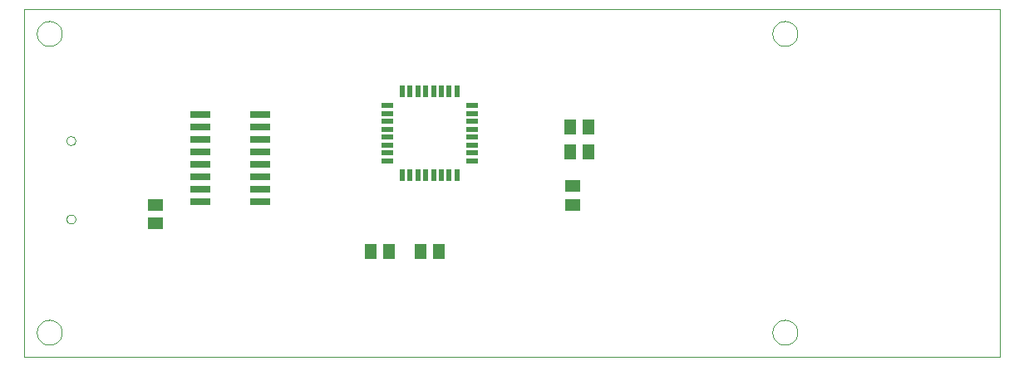
<source format=gbp>
G75*
%MOIN*%
%OFA0B0*%
%FSLAX24Y24*%
%IPPOS*%
%LPD*%
%AMOC8*
5,1,8,0,0,1.08239X$1,22.5*
%
%ADD10C,0.0000*%
%ADD11R,0.0800X0.0260*%
%ADD12R,0.0220X0.0500*%
%ADD13R,0.0500X0.0220*%
%ADD14R,0.0591X0.0512*%
%ADD15R,0.0512X0.0591*%
D10*
X000160Y000550D02*
X000160Y014546D01*
X039280Y014546D01*
X039280Y000550D01*
X000160Y000550D01*
X000660Y001550D02*
X000662Y001594D01*
X000668Y001638D01*
X000678Y001681D01*
X000691Y001723D01*
X000708Y001764D01*
X000729Y001803D01*
X000753Y001840D01*
X000780Y001875D01*
X000810Y001907D01*
X000843Y001937D01*
X000879Y001963D01*
X000916Y001987D01*
X000956Y002006D01*
X000997Y002023D01*
X001040Y002035D01*
X001083Y002044D01*
X001127Y002049D01*
X001171Y002050D01*
X001215Y002047D01*
X001259Y002040D01*
X001302Y002029D01*
X001344Y002015D01*
X001384Y001997D01*
X001423Y001975D01*
X001459Y001951D01*
X001493Y001923D01*
X001525Y001892D01*
X001554Y001858D01*
X001580Y001822D01*
X001602Y001784D01*
X001621Y001744D01*
X001636Y001702D01*
X001648Y001660D01*
X001656Y001616D01*
X001660Y001572D01*
X001660Y001528D01*
X001656Y001484D01*
X001648Y001440D01*
X001636Y001398D01*
X001621Y001356D01*
X001602Y001316D01*
X001580Y001278D01*
X001554Y001242D01*
X001525Y001208D01*
X001493Y001177D01*
X001459Y001149D01*
X001423Y001125D01*
X001384Y001103D01*
X001344Y001085D01*
X001302Y001071D01*
X001259Y001060D01*
X001215Y001053D01*
X001171Y001050D01*
X001127Y001051D01*
X001083Y001056D01*
X001040Y001065D01*
X000997Y001077D01*
X000956Y001094D01*
X000916Y001113D01*
X000879Y001137D01*
X000843Y001163D01*
X000810Y001193D01*
X000780Y001225D01*
X000753Y001260D01*
X000729Y001297D01*
X000708Y001336D01*
X000691Y001377D01*
X000678Y001419D01*
X000668Y001462D01*
X000662Y001506D01*
X000660Y001550D01*
X001849Y006099D02*
X001851Y006125D01*
X001857Y006151D01*
X001867Y006176D01*
X001880Y006199D01*
X001896Y006219D01*
X001916Y006237D01*
X001938Y006252D01*
X001961Y006264D01*
X001987Y006272D01*
X002013Y006276D01*
X002039Y006276D01*
X002065Y006272D01*
X002091Y006264D01*
X002115Y006252D01*
X002136Y006237D01*
X002156Y006219D01*
X002172Y006199D01*
X002185Y006176D01*
X002195Y006151D01*
X002201Y006125D01*
X002203Y006099D01*
X002201Y006073D01*
X002195Y006047D01*
X002185Y006022D01*
X002172Y005999D01*
X002156Y005979D01*
X002136Y005961D01*
X002114Y005946D01*
X002091Y005934D01*
X002065Y005926D01*
X002039Y005922D01*
X002013Y005922D01*
X001987Y005926D01*
X001961Y005934D01*
X001937Y005946D01*
X001916Y005961D01*
X001896Y005979D01*
X001880Y005999D01*
X001867Y006022D01*
X001857Y006047D01*
X001851Y006073D01*
X001849Y006099D01*
X001849Y009249D02*
X001851Y009275D01*
X001857Y009301D01*
X001867Y009326D01*
X001880Y009349D01*
X001896Y009369D01*
X001916Y009387D01*
X001938Y009402D01*
X001961Y009414D01*
X001987Y009422D01*
X002013Y009426D01*
X002039Y009426D01*
X002065Y009422D01*
X002091Y009414D01*
X002115Y009402D01*
X002136Y009387D01*
X002156Y009369D01*
X002172Y009349D01*
X002185Y009326D01*
X002195Y009301D01*
X002201Y009275D01*
X002203Y009249D01*
X002201Y009223D01*
X002195Y009197D01*
X002185Y009172D01*
X002172Y009149D01*
X002156Y009129D01*
X002136Y009111D01*
X002114Y009096D01*
X002091Y009084D01*
X002065Y009076D01*
X002039Y009072D01*
X002013Y009072D01*
X001987Y009076D01*
X001961Y009084D01*
X001937Y009096D01*
X001916Y009111D01*
X001896Y009129D01*
X001880Y009149D01*
X001867Y009172D01*
X001857Y009197D01*
X001851Y009223D01*
X001849Y009249D01*
X000660Y013550D02*
X000662Y013594D01*
X000668Y013638D01*
X000678Y013681D01*
X000691Y013723D01*
X000708Y013764D01*
X000729Y013803D01*
X000753Y013840D01*
X000780Y013875D01*
X000810Y013907D01*
X000843Y013937D01*
X000879Y013963D01*
X000916Y013987D01*
X000956Y014006D01*
X000997Y014023D01*
X001040Y014035D01*
X001083Y014044D01*
X001127Y014049D01*
X001171Y014050D01*
X001215Y014047D01*
X001259Y014040D01*
X001302Y014029D01*
X001344Y014015D01*
X001384Y013997D01*
X001423Y013975D01*
X001459Y013951D01*
X001493Y013923D01*
X001525Y013892D01*
X001554Y013858D01*
X001580Y013822D01*
X001602Y013784D01*
X001621Y013744D01*
X001636Y013702D01*
X001648Y013660D01*
X001656Y013616D01*
X001660Y013572D01*
X001660Y013528D01*
X001656Y013484D01*
X001648Y013440D01*
X001636Y013398D01*
X001621Y013356D01*
X001602Y013316D01*
X001580Y013278D01*
X001554Y013242D01*
X001525Y013208D01*
X001493Y013177D01*
X001459Y013149D01*
X001423Y013125D01*
X001384Y013103D01*
X001344Y013085D01*
X001302Y013071D01*
X001259Y013060D01*
X001215Y013053D01*
X001171Y013050D01*
X001127Y013051D01*
X001083Y013056D01*
X001040Y013065D01*
X000997Y013077D01*
X000956Y013094D01*
X000916Y013113D01*
X000879Y013137D01*
X000843Y013163D01*
X000810Y013193D01*
X000780Y013225D01*
X000753Y013260D01*
X000729Y013297D01*
X000708Y013336D01*
X000691Y013377D01*
X000678Y013419D01*
X000668Y013462D01*
X000662Y013506D01*
X000660Y013550D01*
X030160Y013550D02*
X030162Y013594D01*
X030168Y013638D01*
X030178Y013681D01*
X030191Y013723D01*
X030208Y013764D01*
X030229Y013803D01*
X030253Y013840D01*
X030280Y013875D01*
X030310Y013907D01*
X030343Y013937D01*
X030379Y013963D01*
X030416Y013987D01*
X030456Y014006D01*
X030497Y014023D01*
X030540Y014035D01*
X030583Y014044D01*
X030627Y014049D01*
X030671Y014050D01*
X030715Y014047D01*
X030759Y014040D01*
X030802Y014029D01*
X030844Y014015D01*
X030884Y013997D01*
X030923Y013975D01*
X030959Y013951D01*
X030993Y013923D01*
X031025Y013892D01*
X031054Y013858D01*
X031080Y013822D01*
X031102Y013784D01*
X031121Y013744D01*
X031136Y013702D01*
X031148Y013660D01*
X031156Y013616D01*
X031160Y013572D01*
X031160Y013528D01*
X031156Y013484D01*
X031148Y013440D01*
X031136Y013398D01*
X031121Y013356D01*
X031102Y013316D01*
X031080Y013278D01*
X031054Y013242D01*
X031025Y013208D01*
X030993Y013177D01*
X030959Y013149D01*
X030923Y013125D01*
X030884Y013103D01*
X030844Y013085D01*
X030802Y013071D01*
X030759Y013060D01*
X030715Y013053D01*
X030671Y013050D01*
X030627Y013051D01*
X030583Y013056D01*
X030540Y013065D01*
X030497Y013077D01*
X030456Y013094D01*
X030416Y013113D01*
X030379Y013137D01*
X030343Y013163D01*
X030310Y013193D01*
X030280Y013225D01*
X030253Y013260D01*
X030229Y013297D01*
X030208Y013336D01*
X030191Y013377D01*
X030178Y013419D01*
X030168Y013462D01*
X030162Y013506D01*
X030160Y013550D01*
X030160Y001550D02*
X030162Y001594D01*
X030168Y001638D01*
X030178Y001681D01*
X030191Y001723D01*
X030208Y001764D01*
X030229Y001803D01*
X030253Y001840D01*
X030280Y001875D01*
X030310Y001907D01*
X030343Y001937D01*
X030379Y001963D01*
X030416Y001987D01*
X030456Y002006D01*
X030497Y002023D01*
X030540Y002035D01*
X030583Y002044D01*
X030627Y002049D01*
X030671Y002050D01*
X030715Y002047D01*
X030759Y002040D01*
X030802Y002029D01*
X030844Y002015D01*
X030884Y001997D01*
X030923Y001975D01*
X030959Y001951D01*
X030993Y001923D01*
X031025Y001892D01*
X031054Y001858D01*
X031080Y001822D01*
X031102Y001784D01*
X031121Y001744D01*
X031136Y001702D01*
X031148Y001660D01*
X031156Y001616D01*
X031160Y001572D01*
X031160Y001528D01*
X031156Y001484D01*
X031148Y001440D01*
X031136Y001398D01*
X031121Y001356D01*
X031102Y001316D01*
X031080Y001278D01*
X031054Y001242D01*
X031025Y001208D01*
X030993Y001177D01*
X030959Y001149D01*
X030923Y001125D01*
X030884Y001103D01*
X030844Y001085D01*
X030802Y001071D01*
X030759Y001060D01*
X030715Y001053D01*
X030671Y001050D01*
X030627Y001051D01*
X030583Y001056D01*
X030540Y001065D01*
X030497Y001077D01*
X030456Y001094D01*
X030416Y001113D01*
X030379Y001137D01*
X030343Y001163D01*
X030310Y001193D01*
X030280Y001225D01*
X030253Y001260D01*
X030229Y001297D01*
X030208Y001336D01*
X030191Y001377D01*
X030178Y001419D01*
X030168Y001462D01*
X030162Y001506D01*
X030160Y001550D01*
D11*
X009620Y006800D03*
X009620Y007300D03*
X009620Y007800D03*
X009620Y008300D03*
X009620Y008800D03*
X009620Y009300D03*
X009620Y009800D03*
X009620Y010300D03*
X007200Y010300D03*
X007200Y009800D03*
X007200Y009300D03*
X007200Y008800D03*
X007200Y008300D03*
X007200Y007800D03*
X007200Y007300D03*
X007200Y006800D03*
D12*
X015308Y007860D03*
X015623Y007860D03*
X015938Y007860D03*
X016253Y007860D03*
X016567Y007860D03*
X016882Y007860D03*
X017197Y007860D03*
X017512Y007860D03*
X017512Y011240D03*
X017197Y011240D03*
X016882Y011240D03*
X016567Y011240D03*
X016253Y011240D03*
X015938Y011240D03*
X015623Y011240D03*
X015308Y011240D03*
D13*
X014720Y010652D03*
X014720Y010337D03*
X014720Y010022D03*
X014720Y009707D03*
X014720Y009393D03*
X014720Y009078D03*
X014720Y008763D03*
X014720Y008448D03*
X018100Y008448D03*
X018100Y008763D03*
X018100Y009078D03*
X018100Y009393D03*
X018100Y009707D03*
X018100Y010022D03*
X018100Y010337D03*
X018100Y010652D03*
D14*
X022160Y007424D03*
X022160Y006676D03*
X005410Y006674D03*
X005410Y005926D03*
D15*
X014036Y004800D03*
X014784Y004800D03*
X016036Y004800D03*
X016784Y004800D03*
X022036Y008800D03*
X022784Y008800D03*
X022784Y009800D03*
X022036Y009800D03*
M02*

</source>
